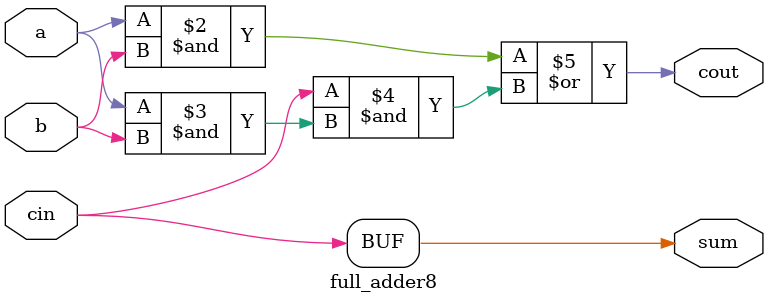
<source format=v>
module full_adder8(a,b,cin,sum,cout);
input a,b,cin;
output sum,cout;
assign sum = 1'b0^cin;
assign cout = a&b|cin&(a&b); 
// initial begin
//     $display("The incorrect adder with xor0 and xor1 having out/0 and in1/0");
// end   
endmodule
</source>
